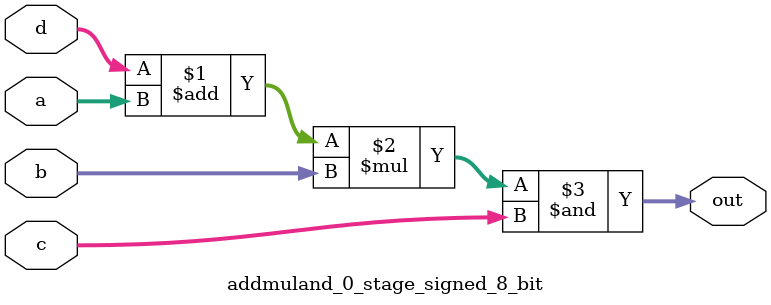
<source format=sv>
(* use_dsp = "yes" *) module addmuland_0_stage_signed_8_bit(
	input signed [7:0] a,
	input signed [7:0] b,
	input signed [7:0] c,
	input signed [7:0] d,
	output [7:0] out
	);

	assign out = ((d + a) * b) & c;
endmodule

</source>
